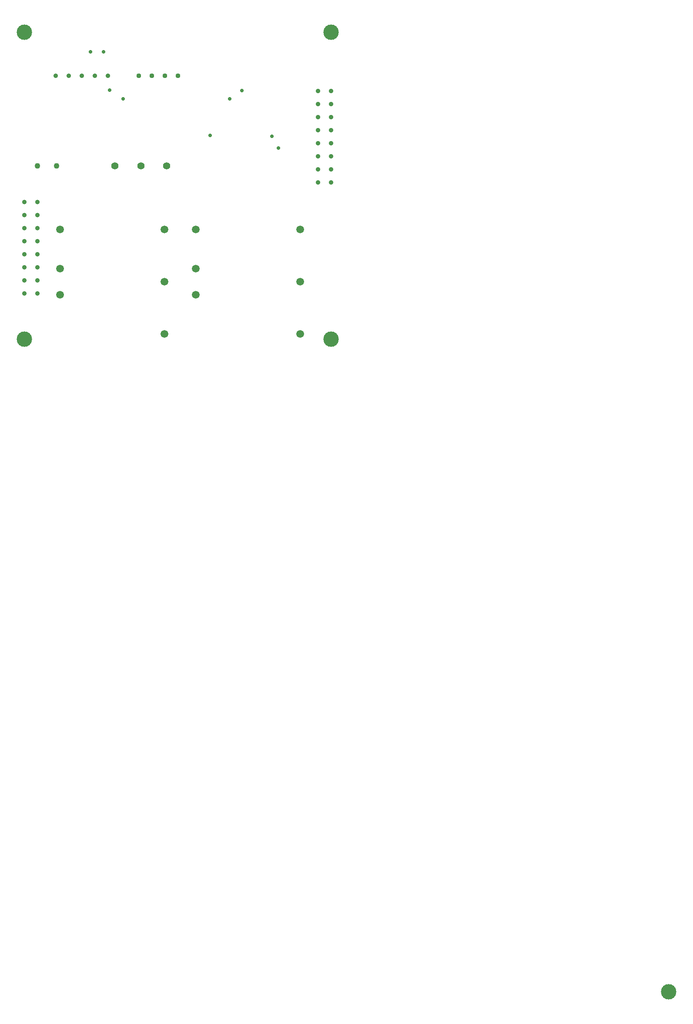
<source format=gbr>
G04 Layer_Color=0*
%FSLAX26Y26*%
%MOIN*%
%TF.FileFunction,Plated,1,2,PTH,Drill*%
%TF.Part,Single*%
G01*
G75*
%TA.AperFunction,ComponentDrill*%
%ADD84C,0.035827*%
%TA.AperFunction,OtherDrill,Pad Free-3 (4791.394mil,-7871.203mil)*%
%ADD85C,0.118110*%
%TA.AperFunction,OtherDrill,Free Pad (-147.15mil,-2872.063mil)*%
%ADD86C,0.118110*%
%TA.AperFunction,OtherDrill,Free Pad (2202.85mil,-2872.063mil)*%
%ADD87C,0.118110*%
%TA.AperFunction,OtherDrill,Free Pad (-147.15mil,-522.063mil)*%
%ADD88C,0.118110*%
%TA.AperFunction,OtherDrill,Free Pad (2202.85mil,-522.063mil)*%
%ADD89C,0.118110*%
%TA.AperFunction,ComponentDrill*%
%ADD90C,0.035433*%
%ADD91C,0.037402*%
%ADD92C,0.059055*%
%ADD93C,0.055118*%
%ADD94C,0.043307*%
%ADD95C,0.059055*%
%TA.AperFunction,ViaDrill,NotFilled*%
%ADD96C,0.028000*%
D84*
X2202850Y-972063D02*
D03*
Y-1072063D02*
D03*
Y-1172063D02*
D03*
Y-1272063D02*
D03*
Y-1372063D02*
D03*
X2102850Y-972063D02*
D03*
Y-1072063D02*
D03*
Y-1172063D02*
D03*
Y-1272063D02*
D03*
Y-1372063D02*
D03*
X2202850Y-1472063D02*
D03*
Y-1572063D02*
D03*
Y-1672063D02*
D03*
X2102850Y-1472063D02*
D03*
Y-1572063D02*
D03*
Y-1672063D02*
D03*
X-47150Y-1822063D02*
D03*
Y-1922063D02*
D03*
Y-2022063D02*
D03*
Y-2122063D02*
D03*
Y-2222063D02*
D03*
X-147150Y-1822063D02*
D03*
Y-1922063D02*
D03*
Y-2022063D02*
D03*
Y-2122063D02*
D03*
Y-2222063D02*
D03*
X-47150Y-2322063D02*
D03*
Y-2422063D02*
D03*
Y-2522063D02*
D03*
X-147150Y-2322063D02*
D03*
Y-2422063D02*
D03*
Y-2522063D02*
D03*
D85*
X4791394Y-7871203D02*
D03*
D86*
X-147150Y-2872063D02*
D03*
D87*
X2202850D02*
D03*
D88*
X-147150Y-522063D02*
D03*
D89*
X2202850D02*
D03*
D90*
X393662Y-857181D02*
D03*
X293662D02*
D03*
X193662D02*
D03*
X93662D02*
D03*
X493662D02*
D03*
D91*
X1031850D02*
D03*
X931850D02*
D03*
X831850D02*
D03*
X731850D02*
D03*
D92*
X927850Y-2033559D02*
D03*
Y-2433559D02*
D03*
Y-2833559D02*
D03*
X127850Y-2033559D02*
D03*
Y-2533559D02*
D03*
Y-2333559D02*
D03*
X1967890Y-2831984D02*
D03*
Y-2031984D02*
D03*
X1167890Y-2531984D02*
D03*
Y-2331984D02*
D03*
Y-2031984D02*
D03*
D93*
X548126Y-1547063D02*
D03*
X944976D02*
D03*
X746551D02*
D03*
D94*
X-47150D02*
D03*
X101669D02*
D03*
D95*
X1967890Y-2431984D02*
D03*
D96*
X506110Y-968313D02*
D03*
X612110Y-1033630D02*
D03*
X1520350Y-969563D02*
D03*
X1277850Y-1312063D02*
D03*
X1425961Y-1033953D02*
D03*
X461850Y-672063D02*
D03*
X361850D02*
D03*
X1800000Y-1410000D02*
D03*
X1750000Y-1320000D02*
D03*
%TF.MD5,c33ac51bc158dfc32d68b0a35ab48629*%
M02*

</source>
